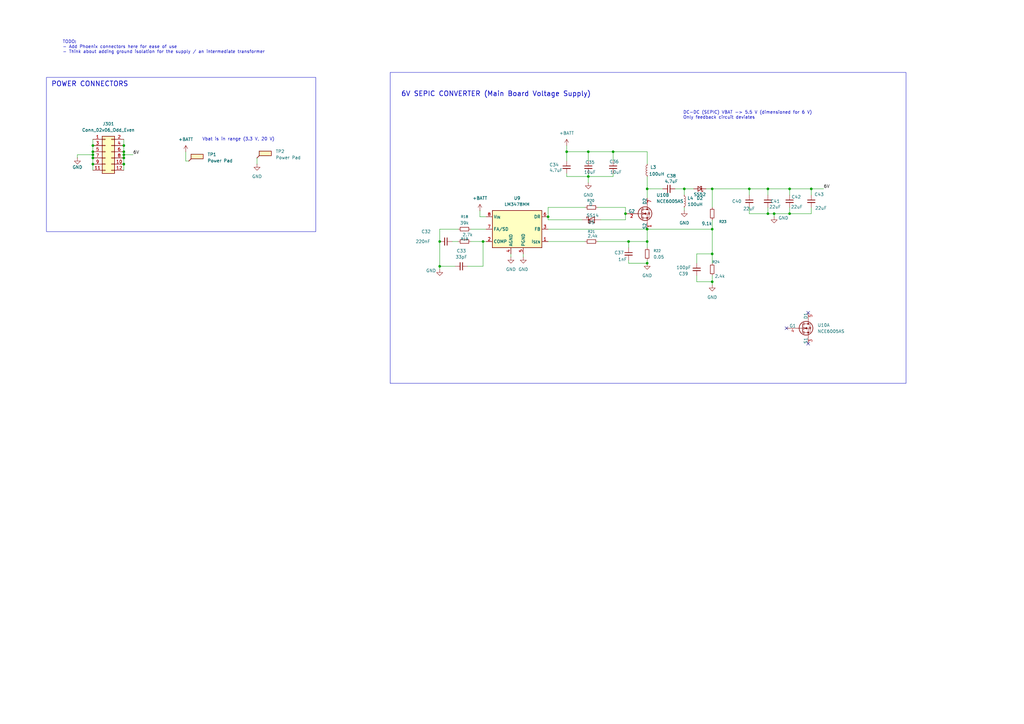
<source format=kicad_sch>
(kicad_sch (version 20250114) (generator "eeschema") (generator_version "9.0")
  (paper "A3")
  (lib_symbols
    (symbol "Connector:TestPoint_Flag" (pin_numbers (hide yes)) (pin_names (offset 0.762) (hide yes))
      (property "Reference" "TP" (at 3.429 1.778 0))
      (property "Value" "TestPoint_Flag" (at 3.302 4.191 0))
      (symbol "TestPoint_Flag_0_1"
        (polyline (pts (xy 0 0) (xy 0.889 0.889)) (stroke (width 0.254)))
        (rectangle (start 0.889 2.794) (end 5.842 0.889) (stroke (width 0.254)) (fill (type background)))
      )
      (symbol "TestPoint_Flag_1_1"
        (pin passive line (at 0 0 90) (length 0) (name "1") (number "1"))
      )
    )
    (symbol "Connector_Generic:Conn_02x06_Odd_Even" (pin_names (offset 1.016) (hide yes))
      (property "Reference" "J" (at 1.27 7.62 0))
      (property "Value" "Conn_02x06_Odd_Even" (at 1.27 -10.16 0))
      (symbol "Conn_02x06_Odd_Even_1_1"
        (rectangle (start -1.27 6.35) (end 3.81 -8.89) (stroke (width 0.254)) (fill (type background)))
        (rectangle (start -1.27 5.207) (end 0 4.953) (stroke (width 0.1524)))
        (rectangle (start -1.27 2.667) (end 0 2.413) (stroke (width 0.1524)))
        (rectangle (start -1.27 0.127) (end 0 -0.127) (stroke (width 0.1524)))
        (rectangle (start -1.27 -2.413) (end 0 -2.667) (stroke (width 0.1524)))
        (rectangle (start -1.27 -4.953) (end 0 -5.207) (stroke (width 0.1524)))
        (rectangle (start -1.27 -7.493) (end 0 -7.747) (stroke (width 0.1524)))
        (rectangle (start 3.81 5.207) (end 2.54 4.953) (stroke (width 0.1524)))
        (rectangle (start 3.81 2.667) (end 2.54 2.413) (stroke (width 0.1524)))
        (rectangle (start 3.81 0.127) (end 2.54 -0.127) (stroke (width 0.1524)))
        (rectangle (start 3.81 -2.413) (end 2.54 -2.667) (stroke (width 0.1524)))
        (rectangle (start 3.81 -4.953) (end 2.54 -5.207) (stroke (width 0.1524)))
        (rectangle (start 3.81 -7.493) (end 2.54 -7.747) (stroke (width 0.1524)))
        (pin passive line (at -5.08 5.08 0) (length 3.81) (name "Pin_1") (number "1"))
        (pin passive line (at -5.08 2.54 0) (length 3.81) (name "Pin_3") (number "3"))
        (pin passive line (at -5.08 0 0) (length 3.81) (name "Pin_5") (number "5"))
        (pin passive line (at -5.08 -2.54 0) (length 3.81) (name "Pin_7") (number "7"))
        (pin passive line (at -5.08 -5.08 0) (length 3.81) (name "Pin_9") (number "9"))
        (pin passive line (at -5.08 -7.62 0) (length 3.81) (name "Pin_11") (number "11"))
        (pin passive line (at 7.62 5.08 180) (length 3.81) (name "Pin_2") (number "2"))
        (pin passive line (at 7.62 2.54 180) (length 3.81) (name "Pin_4") (number "4"))
        (pin passive line (at 7.62 0 180) (length 3.81) (name "Pin_6") (number "6"))
        (pin passive line (at 7.62 -2.54 180) (length 3.81) (name "Pin_8") (number "8"))
        (pin passive line (at 7.62 -5.08 180) (length 3.81) (name "Pin_10") (number "10"))
        (pin passive line (at 7.62 -7.62 180) (length 3.81) (name "Pin_12") (number "12"))
      )
    )
    (symbol "Device:C_Small" (pin_numbers (hide yes)) (pin_names (offset 0.254) (hide yes))
      (property "Reference" "C" (at 0.254 1.778 0))
      (property "Value" "C_Small" (at 0.254 -2.032 0))
      (symbol "C_Small_0_1"
        (polyline (pts (xy -1.524 0.508) (xy 1.524 0.508)) (stroke (width 0.3048)))
        (polyline (pts (xy -1.524 -0.508) (xy 1.524 -0.508)) (stroke (width 0.3302)))
      )
      (symbol "C_Small_1_1"
        (pin passive line (at 0 2.54 270) (length 2.032) (name "~") (number "1"))
        (pin passive line (at 0 -2.54 90) (length 2.032) (name "~") (number "2"))
      )
    )
    (symbol "Device:D_Schottky_Small" (pin_numbers (hide yes)) (pin_names (offset 0.254) (hide yes))
      (property "Reference" "D" (at -1.27 2.032 0))
      (property "Value" "D_Schottky_Small" (at -7.112 -2.032 0))
      (symbol "D_Schottky_Small_0_1"
        (polyline (pts (xy -1.27 0.762) (xy -1.27 1.016) (xy -0.762 1.016) (xy -0.762 -1.016) (xy -0.254 -1.016) (xy -0.254 -0.762)) (stroke (width 0.254)))
        (polyline (pts (xy -0.762 0) (xy 0.762 0)))
        (polyline (pts (xy 0.762 -1.016) (xy -0.762 0) (xy 0.762 1.016) (xy 0.762 -1.016)) (stroke (width 0.254)))
      )
      (symbol "D_Schottky_Small_1_1"
        (pin passive line (at -2.54 0 0) (length 1.778) (name "K") (number "1"))
        (pin passive line (at 2.54 0 180) (length 1.778) (name "A") (number "2"))
      )
    )
    (symbol "Device:L_Small" (pin_numbers (hide yes)) (pin_names (offset 0.254) (hide yes))
      (property "Reference" "L" (at 0.762 1.016 0))
      (property "Value" "L_Small" (at 0.762 -1.016 0))
      (symbol "L_Small_0_1"
        (arc (start 0 2.032) (mid 0.5058 1.524) (end 0 1.016))
        (arc (start 0 1.016) (mid 0.5058 0.508) (end 0 0))
        (arc (start 0 0) (mid 0.5058 -0.508) (end 0 -1.016))
        (arc (start 0 -1.016) (mid 0.5058 -1.524) (end 0 -2.032))
      )
      (symbol "L_Small_1_1"
        (pin passive line (at 0 2.54 270) (length 0.508) (name "~") (number "1"))
        (pin passive line (at 0 -2.54 90) (length 0.508) (name "~") (number "2"))
      )
    )
    (symbol "Device:R_Small" (pin_numbers (hide yes)) (pin_names (offset 0.254) (hide yes))
      (property "Reference" "R" (at 0 0 90))
      (property "Value" "R_Small" (at 1.778 0 90))
      (symbol "R_Small_0_1"
        (rectangle (start -0.762 1.778) (end 0.762 -1.778) (stroke (width 0.2032)))
      )
      (symbol "R_Small_1_1"
        (pin passive line (at 0 2.54 270) (length 0.762) (name "~") (number "1"))
        (pin passive line (at 0 -2.54 90) (length 0.762) (name "~") (number "2"))
      )
    )
    (symbol "Diode:SS14" (pin_numbers (hide yes)) (pin_names (offset 1.016) (hide yes))
      (property "Reference" "D" (at 0 2.54 0))
      (property "Value" "SS14" (at 0 -2.54 0))
      (symbol "SS14_0_1"
        (polyline (pts (xy -1.905 0.635) (xy -1.905 1.27) (xy -1.27 1.27) (xy -1.27 -1.27) (xy -0.635 -1.27) (xy -0.635 -0.635)) (stroke (width 0.254)))
        (polyline (pts (xy 1.27 1.27) (xy 1.27 -1.27) (xy -1.27 0) (xy 1.27 1.27)) (stroke (width 0.254)))
        (polyline (pts (xy 1.27 0) (xy -1.27 0)))
      )
      (symbol "SS14_1_1"
        (pin passive line (at -3.81 0 0) (length 2.54) (name "K") (number "1"))
        (pin passive line (at 3.81 0 180) (length 2.54) (name "A") (number "2"))
      )
    )
    (symbol "Regulator_Controller:LM3478MM"
      (property "Reference" "U" (at -9.525 8.89 0))
      (property "Value" "LM3478MM" (at 5.08 8.89 0))
      (symbol "LM3478MM_0_1"
        (rectangle (start -10.16 7.62) (end 10.16 -7.62) (stroke (width 0.254)) (fill (type background)))
      )
      (symbol "LM3478MM_1_1"
        (pin power_in line (at -12.7 5.08 0) (length 2.54) (name "V_{IN}") (number "8"))
        (pin input line (at -12.7 0 0) (length 2.54) (name "FA/SD") (number "7"))
        (pin input line (at -12.7 -5.08 0) (length 2.54) (name "COMP") (number "2"))
        (pin power_in line (at -2.54 -10.16 90) (length 2.54) (name "AGND") (number "4"))
        (pin power_in line (at 2.54 -10.16 90) (length 2.54) (name "PGND") (number "5"))
        (pin output line (at 12.7 5.08 180) (length 2.54) (name "DR") (number "6"))
        (pin input line (at 12.7 0 180) (length 2.54) (name "FB") (number "3"))
        (pin input line (at 12.7 -5.08 180) (length 2.54) (name "I_{SEN}") (number "1"))
      )
    )
    (symbol "custom_mosfet:NCE6005AS" (pin_names (offset 0))
      (property "Reference" "U" (at 3.81 0 0))
      (property "Value" "NCE6005AS" (at 7.62 -2.54 0))
      (symbol "NCE6005AS_1_1"
        (polyline (pts (xy -3.81 0) (xy -2.286 0)))
        (polyline (pts (xy -2.286 1.905) (xy -2.286 -1.905) (xy -2.286 -1.905)) (stroke (width 0.254)))
        (polyline (pts (xy -1.778 2.286) (xy -1.778 1.27)) (stroke (width 0.254)))
        (polyline (pts (xy -1.778 1.778) (xy 0 1.778)))
        (polyline (pts (xy -1.778 0.508) (xy -1.778 -0.508)) (stroke (width 0.254)))
        (polyline (pts (xy -1.778 0) (xy 0 0)))
        (polyline (pts (xy -1.778 -1.27) (xy -1.778 -2.286)) (stroke (width 0.254)))
        (polyline (pts (xy -1.778 -1.778) (xy 0 -1.778)))
        (polyline (pts (xy -1.524 0) (xy -0.508 0.381) (xy -0.508 -0.381) (xy -1.524 0)) (fill (type outline)))
        (circle (center -0.889 0) (radius 2.8194) (stroke (width 0.254)))
        (polyline (pts (xy 0 3.81) (xy 0 1.778)))
        (circle (center 0 1.778) (radius 0.2794) (fill (type outline)))
        (polyline (pts (xy 0 -1.778) (xy 0 0)))
        (polyline (pts (xy 0 -1.778) (xy 0 -3.81)))
        (polyline (pts (xy 0 -1.778) (xy 0.762 -1.778) (xy 0.762 1.778) (xy 0 1.778)))
        (circle (center 0 -1.778) (radius 0.2794) (fill (type outline)))
        (polyline (pts (xy 0.254 0.508) (xy 0.381 0.381) (xy 1.143 0.381) (xy 1.27 0.254)))
        (polyline (pts (xy 0.762 0.381) (xy 0.381 -0.254) (xy 1.143 -0.254) (xy 0.762 0.381)))
        (pin input line (at -8.89 0 0) (length 5.08) (name "G1") (number "4"))
        (pin passive line (at 0 6.35 270) (length 2.54) (name "D1") (number "5"))
        (pin passive line (at 0 6.35 270) (length 2.54) (hide yes) (name "D1") (number "6"))
        (pin passive line (at 0 -6.35 90) (length 2.54) (name "S1") (number "3"))
      )
      (symbol "NCE6005AS_2_1"
        (polyline (pts (xy -3.81 0) (xy -2.286 0)))
        (polyline (pts (xy -2.286 1.905) (xy -2.286 -1.905) (xy -2.286 -1.905)) (stroke (width 0.254)))
        (polyline (pts (xy -1.778 2.286) (xy -1.778 1.27)) (stroke (width 0.254)))
        (polyline (pts (xy -1.778 1.778) (xy 0 1.778)))
        (polyline (pts (xy -1.778 0.508) (xy -1.778 -0.508)) (stroke (width 0.254)))
        (polyline (pts (xy -1.778 0) (xy 0 0)))
        (polyline (pts (xy -1.778 -1.27) (xy -1.778 -2.286)) (stroke (width 0.254)))
        (polyline (pts (xy -1.778 -1.778) (xy 0 -1.778)))
        (polyline (pts (xy -1.524 0) (xy -0.508 0.381) (xy -0.508 -0.381) (xy -1.524 0)) (fill (type outline)))
        (circle (center -0.889 0) (radius 2.8194) (stroke (width 0.254)))
        (polyline (pts (xy 0 3.81) (xy 0 1.778)))
        (circle (center 0 1.778) (radius 0.2794) (fill (type outline)))
        (polyline (pts (xy 0 -1.778) (xy 0 0)))
        (polyline (pts (xy 0 -1.778) (xy 0 -3.81)))
        (polyline (pts (xy 0 -1.778) (xy 0.762 -1.778) (xy 0.762 1.778) (xy 0 1.778)))
        (circle (center 0 -1.778) (radius 0.2794) (fill (type outline)))
        (polyline (pts (xy 0.254 0.508) (xy 0.381 0.381) (xy 1.143 0.381) (xy 1.27 0.254)))
        (polyline (pts (xy 0.762 0.381) (xy 0.381 -0.254) (xy 1.143 -0.254) (xy 0.762 0.381)))
        (pin input line (at -8.89 0 0) (length 5.08) (name "G2") (number "2"))
        (pin passive line (at 0 6.35 270) (length 2.54) (name "D2") (number "7"))
        (pin passive line (at 0 6.35 270) (length 2.54) (hide yes) (name "D2") (number "8"))
        (pin passive line (at 0 -6.35 90) (length 2.54) (name "S2") (number "1"))
      )
    )
    (symbol "power:+BATT" (power) (pin_numbers (hide yes)) (pin_names (offset 0) (hide yes))
      (property "Value" "+BATT" (at 0 3.556 0))
      (symbol "+BATT_0_1"
        (polyline (pts (xy -0.762 1.27) (xy 0 2.54)))
        (polyline (pts (xy 0 2.54) (xy 0.762 1.27)))
        (polyline (pts (xy 0 0) (xy 0 2.54)))
      )
      (symbol "+BATT_1_1"
        (pin power_in line (at 0 0 90) (length 0) (name "~") (number "1"))
      )
    )
    (symbol "power:GND" (power) (pin_numbers (hide yes)) (pin_names (offset 0) (hide yes))
      (property "Value" "GND" (at 0 -3.81 0))
      (symbol "GND_0_1"
        (polyline (pts (xy 0 0) (xy 0 -1.27) (xy 1.27 -1.27) (xy 0 -2.54) (xy -1.27 -1.27) (xy 0 -1.27)))
      )
      (symbol "GND_1_1"
        (pin power_in line (at 0 0 270) (length 0) (name "~") (number "1"))
      )
    )
  )
  (rectangle (start 19.05 31.75) (end 129.54 94.996))
  (rectangle (start 160.02 29.718) (end 371.602 157.226))
  (text "POWER CONNECTORS" (at 36.83 34.544 0) (effects (font (size 2 2) (thickness 0.254) (bold yes))))
  (text "DC-DC (SEPIC) VBAT -> 5.5 V (dimensioned for 6 V)\nOnly feedback circuit deviates" (at 280.162 47.244 0) (effects (font (size 1.27 1.27)) (justify left)))
  (text "Vbat is in range (3.3 V, 20 V)" (at 97.79 57.15 0) (effects (font (size 1.27 1.27))))
  (text "6V SEPIC CONVERTER (Main Board Voltage Supply)" (at 203.454 38.608 0) (effects (font (size 2 2) (thickness 0.254) (bold yes))))
  (text "TODO:\n- Add Phoenix connectors here for ease of use\n- Think about adding ground isolation for the supply / an intermediate transformer" (at 25.654 19.304 0) (effects (font (size 1.27 1.27)) (justify left)))
  (junction (at 265.43 107.95))
  (junction (at 241.3 72.39))
  (junction (at 314.96 87.63))
  (junction (at 314.96 77.47))
  (junction (at 323.85 87.63))
  (junction (at 232.41 62.23))
  (junction (at 292.1 93.98))
  (junction (at 180.34 109.22))
  (junction (at 257.81 99.06))
  (junction (at 38.1 59.69))
  (junction (at 292.1 115.57))
  (junction (at 198.12 99.06))
  (junction (at 38.1 67.31))
  (junction (at 241.3 62.23))
  (junction (at 280.67 77.47))
  (junction (at 50.8 63.5))
  (junction (at 292.1 77.47))
  (junction (at 50.8 67.31))
  (junction (at 292.1 104.14))
  (junction (at 38.1 64.77))
  (junction (at 38.1 63.5))
  (junction (at 50.8 62.23))
  (junction (at 332.74 77.47))
  (junction (at 38.1 62.23))
  (junction (at 251.46 62.23))
  (junction (at 323.85 77.47))
  (junction (at 256.54 87.63))
  (junction (at 50.8 59.69))
  (junction (at 180.34 99.06))
  (junction (at 265.43 99.06))
  (junction (at 265.43 77.47))
  (junction (at 50.8 64.77))
  (junction (at 317.5 87.63))
  (junction (at 307.34 77.47))
  (junction (at 224.79 88.9))
  (junction (at 265.43 93.98))
  (no_connect (at 331.47 128.27))
  (no_connect (at 322.58 134.62))
  (no_connect (at 331.47 140.97))
  (wire (pts (xy 180.34 109.22) (xy 186.69 109.22)))
  (wire (pts (xy 292.1 90.17) (xy 292.1 93.98)))
  (wire (pts (xy 265.43 106.68) (xy 265.43 107.95)))
  (wire (pts (xy 292.1 77.47) (xy 292.1 85.09)))
  (wire (pts (xy 307.34 77.47) (xy 314.96 77.47)))
  (wire (pts (xy 265.43 93.98) (xy 265.43 99.06)))
  (wire (pts (xy 307.34 85.09) (xy 307.34 87.63)))
  (wire (pts (xy 292.1 104.14) (xy 292.1 107.95)))
  (wire (pts (xy 280.67 77.47) (xy 280.67 80.01)))
  (wire (pts (xy 265.43 99.06) (xy 265.43 101.6)))
  (wire (pts (xy 251.46 66.04) (xy 251.46 62.23)))
  (wire (pts (xy 285.75 107.95) (xy 285.75 104.14)))
  (wire (pts (xy 50.8 57.15) (xy 50.8 59.69)))
  (wire (pts (xy 224.79 85.09) (xy 224.79 88.9)))
  (wire (pts (xy 332.74 80.01) (xy 332.74 77.47)))
  (wire (pts (xy 292.1 77.47) (xy 307.34 77.47)))
  (wire (pts (xy 265.43 67.31) (xy 265.43 62.23)))
  (wire (pts (xy 238.76 90.17) (xy 224.79 90.17)))
  (wire (pts (xy 246.38 90.17) (xy 256.54 90.17)))
  (wire (pts (xy 193.04 93.98) (xy 199.39 93.98)))
  (wire (pts (xy 280.67 77.47) (xy 284.48 77.47)))
  (wire (pts (xy 280.67 85.09) (xy 280.67 86.36)))
  (wire (pts (xy 265.43 72.39) (xy 265.43 77.47)))
  (wire (pts (xy 256.54 85.09) (xy 245.11 85.09)))
  (wire (pts (xy 265.43 93.98) (xy 292.1 93.98)))
  (wire (pts (xy 241.3 74.93) (xy 241.3 72.39)))
  (wire (pts (xy 50.8 64.77) (xy 50.8 63.5)))
  (wire (pts (xy 257.81 106.68) (xy 257.81 107.95)))
  (wire (pts (xy 257.81 107.95) (xy 265.43 107.95)))
  (wire (pts (xy 105.41 67.31) (xy 105.41 64.77)))
  (wire (pts (xy 38.1 59.69) (xy 38.1 62.23)))
  (wire (pts (xy 251.46 72.39) (xy 251.46 71.12)))
  (wire (pts (xy 307.34 80.01) (xy 307.34 77.47)))
  (wire (pts (xy 314.96 87.63) (xy 317.5 87.63)))
  (wire (pts (xy 76.2 62.23) (xy 76.2 66.04)))
  (wire (pts (xy 257.81 99.06) (xy 265.43 99.06)))
  (wire (pts (xy 289.56 77.47) (xy 292.1 77.47)))
  (wire (pts (xy 198.12 109.22) (xy 191.77 109.22)))
  (wire (pts (xy 241.3 72.39) (xy 241.3 71.12)))
  (wire (pts (xy 224.79 93.98) (xy 265.43 93.98)))
  (wire (pts (xy 31.75 63.5) (xy 31.75 64.77)))
  (wire (pts (xy 50.8 63.5) (xy 54.61 63.5)))
  (wire (pts (xy 314.96 77.47) (xy 314.96 80.01)))
  (wire (pts (xy 292.1 93.98) (xy 292.1 104.14)))
  (wire (pts (xy 50.8 59.69) (xy 50.8 62.23)))
  (wire (pts (xy 214.63 105.41) (xy 214.63 104.14)))
  (wire (pts (xy 232.41 72.39) (xy 232.41 71.12)))
  (wire (pts (xy 285.75 113.03) (xy 285.75 115.57)))
  (wire (pts (xy 265.43 62.23) (xy 251.46 62.23)))
  (wire (pts (xy 196.85 86.36) (xy 196.85 88.9)))
  (wire (pts (xy 292.1 113.03) (xy 292.1 115.57)))
  (wire (pts (xy 76.2 66.04) (xy 77.47 66.04)))
  (wire (pts (xy 317.5 87.63) (xy 323.85 87.63)))
  (wire (pts (xy 265.43 77.47) (xy 271.78 77.47)))
  (wire (pts (xy 180.34 99.06) (xy 180.34 109.22)))
  (wire (pts (xy 323.85 85.09) (xy 323.85 87.63)))
  (wire (pts (xy 185.42 99.06) (xy 187.96 99.06)))
  (wire (pts (xy 232.41 59.69) (xy 232.41 62.23)))
  (wire (pts (xy 224.79 90.17) (xy 224.79 88.9)))
  (wire (pts (xy 332.74 77.47) (xy 323.85 77.47)))
  (wire (pts (xy 50.8 67.31) (xy 50.8 69.85)))
  (wire (pts (xy 31.75 63.5) (xy 38.1 63.5)))
  (wire (pts (xy 314.96 85.09) (xy 314.96 87.63)))
  (wire (pts (xy 38.1 62.23) (xy 38.1 63.5)))
  (wire (pts (xy 180.34 93.98) (xy 187.96 93.98)))
  (wire (pts (xy 240.03 85.09) (xy 224.79 85.09)))
  (wire (pts (xy 292.1 115.57) (xy 292.1 116.84)))
  (wire (pts (xy 241.3 62.23) (xy 251.46 62.23)))
  (wire (pts (xy 276.86 77.47) (xy 280.67 77.47)))
  (wire (pts (xy 198.12 99.06) (xy 198.12 109.22)))
  (wire (pts (xy 50.8 62.23) (xy 50.8 63.5)))
  (wire (pts (xy 180.34 110.49) (xy 180.34 109.22)))
  (wire (pts (xy 209.55 105.41) (xy 209.55 104.14)))
  (wire (pts (xy 193.04 99.06) (xy 198.12 99.06)))
  (wire (pts (xy 232.41 62.23) (xy 241.3 62.23)))
  (wire (pts (xy 323.85 77.47) (xy 323.85 80.01)))
  (wire (pts (xy 332.74 77.47) (xy 337.82 77.47)))
  (wire (pts (xy 199.39 99.06) (xy 198.12 99.06)))
  (wire (pts (xy 332.74 85.09) (xy 332.74 87.63)))
  (wire (pts (xy 307.34 87.63) (xy 314.96 87.63)))
  (wire (pts (xy 232.41 72.39) (xy 241.3 72.39)))
  (wire (pts (xy 38.1 57.15) (xy 38.1 59.69)))
  (wire (pts (xy 256.54 87.63) (xy 256.54 90.17)))
  (wire (pts (xy 257.81 99.06) (xy 257.81 101.6)))
  (wire (pts (xy 180.34 93.98) (xy 180.34 99.06)))
  (wire (pts (xy 50.8 64.77) (xy 50.8 67.31)))
  (wire (pts (xy 196.85 88.9) (xy 199.39 88.9)))
  (wire (pts (xy 285.75 115.57) (xy 292.1 115.57)))
  (wire (pts (xy 332.74 87.63) (xy 323.85 87.63)))
  (wire (pts (xy 241.3 62.23) (xy 241.3 66.04)))
  (wire (pts (xy 245.11 99.06) (xy 257.81 99.06)))
  (wire (pts (xy 38.1 63.5) (xy 38.1 64.77)))
  (wire (pts (xy 265.43 77.47) (xy 265.43 81.28)))
  (wire (pts (xy 240.03 99.06) (xy 224.79 99.06)))
  (wire (pts (xy 38.1 64.77) (xy 38.1 67.31)))
  (wire (pts (xy 232.41 62.23) (xy 232.41 66.04)))
  (wire (pts (xy 241.3 72.39) (xy 251.46 72.39)))
  (wire (pts (xy 317.5 88.9) (xy 317.5 87.63)))
  (wire (pts (xy 256.54 85.09) (xy 256.54 87.63)))
  (wire (pts (xy 314.96 77.47) (xy 323.85 77.47)))
  (wire (pts (xy 38.1 67.31) (xy 38.1 69.85)))
  (wire (pts (xy 285.75 104.14) (xy 292.1 104.14)))
  (label "6V" (at 54.61 63.5 0))
  (label "6V" (at 337.82 77.47 0))
  (symbol (lib_id "Connector:TestPoint_Flag") (at 77.47 66.04 0) (unit 1)
    (property "Reference" "TP1" (at 85.09 63.3729 0) (effects (justify left)))
    (property "Value" "Power Pad" (at 85.09 65.9129 0) (effects (justify left)))
    (property "Footprint" "TestPoint:TestPoint_Pad_4.0x4.0mm" (effects (hide yes)))
    (property "Description" "test point (alternative flag-style design)" (effects (hide yes)))
  )
  (symbol (lib_id "power:GND") (at 105.41 67.31 0) (unit 1)
    (property "Reference" "#PWR025" (effects (hide yes)))
    (property "Value" "GND" (at 105.41 72.39 0))
    (property "Description" "Power symbol creates a global label with name \"GND\" , ground" (effects (hide yes)))
  )
  (symbol (lib_id "Device:C_Small") (at 332.74 82.55 0) (unit 1)
    (property "Reference" "C43" (at 334.01 79.756 0) (effects (justify left)))
    (property "Value" "22uF" (at 334.264 85.344 0) (effects (justify left)))
    (property "Footprint" "Capacitor_SMD:C_0805_2012Metric" (effects (hide yes)))
    (property "Datasheet" "https://jlcpcb.com/api/file/downloadByFileSystemAccessId/8579706866429190144" (effects (hide yes)))
    (property "Description" "X5R, 25V" (effects (hide yes)))
    (property "LPN" "C45783" (effects (hide yes)))
    (property "MPN" "CL21A226MAQNNNE" (effects (hide yes)))
  )
  (symbol (lib_id "Connector:TestPoint_Flag") (at 105.41 64.77 0) (unit 1)
    (property "Reference" "TP2" (at 113.03 62.1029 0) (effects (justify left)))
    (property "Value" "Power Pad" (at 113.03 64.6429 0) (effects (justify left)))
    (property "Footprint" "TestPoint:TestPoint_Pad_4.0x4.0mm" (effects (hide yes)))
    (property "Description" "test point (alternative flag-style design)" (effects (hide yes)))
  )
  (symbol (lib_id "Diode:SS14") (at 242.57 90.17 0) (unit 1)
    (property "Reference" "D5" (at 242.57 91.186 0))
    (property "Value" "SS14" (at 243.078 88.392 0))
    (property "Footprint" "Diode_SMD:D_SMA" (effects (hide yes)))
    (property "Datasheet" "https://www.vishay.com/docs/88746/ss12.pdf" (effects (hide yes)))
    (property "Description" "40V 1A Schottky Diode, SMA" (effects (hide yes)))
    (property "LPN" "C2480" (effects (hide yes)))
    (property "MPN" "SS14" (effects (hide yes)))
  )
  (symbol (lib_id "Device:L_Small") (at 265.43 69.85 180) (unit 1)
    (property "Reference" "L3" (at 266.7 68.5799 0) (effects (justify right)))
    (property "Value" "100uH" (at 266.192 71.374 0) (effects (justify right)))
    (property "Datasheet" "https://jlcpcb.com/api/file/downloadByFileSystemAccessId/8588935627815862272" (effects (hide yes)))
    (property "Description" "+-20%, DCR 0.25, Isat_rms=2A" (effects (hide yes)))
    (property "LPN" "C436577" (effects (hide yes)))
    (property "MPN" "PSPMAC1045H-101M-ANP" (effects (hide yes)))
  )
  (symbol (lib_id "Device:D_Schottky_Small") (at 287.02 77.47 180) (unit 1)
    (property "Reference" "D2" (at 287.02 81.28 0))
    (property "Value" "SS52" (at 287.02 79.756 0))
    (property "Footprint" "Diode_SMD:D_SMA-SMB_Universal_Handsoldering" (effects (hide yes)))
    (property "Datasheet" "https://jlcpcb.com/api/file/downloadByFileSystemAccessId/8579707587489042432" (effects (hide yes)))
    (property "Description" "Vf 0.55, If 5A" (effects (hide yes)))
    (property "MPN" "SS54" (effects (hide yes)))
    (property "LPN" "C22452" (effects (hide yes)))
  )
  (symbol (lib_id "Device:C_Small") (at 232.41 68.58 0) (unit 1)
    (property "Reference" "C34" (at 225.298 67.564 0) (effects (justify left)))
    (property "Value" "4.7uF" (at 225.298 69.85 0) (effects (justify left)))
    (property "Footprint" "Capacitor_SMD:C_1206_3216Metric" (effects (hide yes)))
    (property "Datasheet" "https://jlcpcb.com/api/file/downloadByFileSystemAccessId/8579707362602500096" (effects (hide yes)))
    (property "Description" "X7R, 50V" (effects (hide yes)))
    (property "LPN" "C29823" (effects (hide yes)))
    (property "MPN" "1206B475K500NT" (effects (hide yes)))
  )
  (symbol (lib_id "Device:C_Small") (at 323.85 82.55 0) (unit 1)
    (property "Reference" "C42" (at 324.612 80.772 0) (effects (justify left)))
    (property "Value" "22uF" (at 324.358 84.836 0) (effects (justify left)))
    (property "Footprint" "Capacitor_SMD:C_0805_2012Metric" (effects (hide yes)))
    (property "Datasheet" "https://jlcpcb.com/api/file/downloadByFileSystemAccessId/8579706866429190144" (effects (hide yes)))
    (property "Description" "X5R, 25V" (effects (hide yes)))
    (property "LPN" "C45783" (effects (hide yes)))
    (property "MPN" "CL21A226MAQNNNE" (effects (hide yes)))
  )
  (symbol (lib_id "power:+BATT") (at 196.85 86.36 0) (unit 1)
    (property "Reference" "#PWR037" (effects (hide yes)))
    (property "Value" "+BATT" (at 196.85 81.28 0))
    (property "Description" "Power symbol creates a global label with name \"+BATT\"" (effects (hide yes)))
  )
  (symbol (lib_id "Device:C_Small") (at 241.3 68.58 0) (unit 1)
    (property "Reference" "C35" (at 240.03 66.548 0) (effects (justify left)))
    (property "Value" "10uF" (at 239.522 70.612 0) (effects (justify left)))
    (property "Footprint" "Capacitor_SMD:C_0805_2012Metric" (effects (hide yes)))
    (property "Datasheet" "https://jlcpcb.com/api/file/downloadByFileSystemAccessId/8588884955182718976" (effects (hide yes)))
    (property "Description" "X5R, 50V max" (effects (hide yes)))
    (property "LPN" "C440198" (effects (hide yes)))
    (property "MPN" "GRM21BR61H106KE43L" (effects (hide yes)))
  )
  (symbol (lib_id "Device:R_Small") (at 190.5 93.98 90) (unit 1)
    (property "Reference" "R18" (at 190.5 88.9 90) (effects (font (size 1.016 1.016))))
    (property "Value" "39k" (at 190.5 91.44 90))
    (property "Footprint" "Resistor_SMD:R_0603_1608Metric" (effects (hide yes)))
    (property "Datasheet" "https://jlcpcb.com/api/file/downloadByFileSystemAccessId/8579706240219467776" (effects (hide yes)))
    (property "Description" "Resistor, small symbol" (effects (hide yes)))
    (property "MPN" "0603WAF3902T5E" (effects (hide yes)))
    (property "LPN" "C23153" (effects (hide yes)))
  )
  (symbol (lib_id "power:GND") (at 265.43 107.95 0) (unit 1)
    (property "Reference" "#PWR043" (effects (hide yes)))
    (property "Value" "GND" (at 265.43 113.03 0))
    (property "Description" "Power symbol creates a global label with name \"GND\" , ground" (effects (hide yes)))
  )
  (symbol (lib_id "power:+BATT") (at 76.2 62.23 0) (unit 1)
    (property "Reference" "#PWR024" (effects (hide yes)))
    (property "Value" "+BATT" (at 76.2 57.15 0))
    (property "Description" "Power symbol creates a global label with name \"+BATT\"" (effects (hide yes)))
  )
  (symbol (lib_id "Device:R_Small") (at 292.1 110.49 0) (unit 1)
    (property "Reference" "R24" (at 292.1 107.442 0) (effects (font (size 1.016 1.016)) (justify left)))
    (property "Value" "2.4k" (at 293.116 113.284 0) (effects (justify left)))
    (property "Footprint" "Resistor_SMD:R_0603_1608Metric" (effects (hide yes)))
    (property "Datasheet" "https://jlcpcb.com/api/file/downloadByFileSystemAccessId/8579706169801297920" (effects (hide yes)))
    (property "Description" "+-1%, 0.1W" (effects (hide yes)))
    (property "LPN" "C22940" (effects (hide yes)))
    (property "MPN" "0603WAF2401T5E" (effects (hide yes)))
  )
  (symbol (lib_id "Device:C_Small") (at 314.96 82.55 0) (unit 1)
    (property "Reference" "C41" (at 315.976 82.55 0) (effects (justify left)))
    (property "Value" "22uF" (at 315.468 84.836 0) (effects (justify left)))
    (property "Footprint" "Capacitor_SMD:C_0805_2012Metric" (effects (hide yes)))
    (property "Datasheet" "https://jlcpcb.com/api/file/downloadByFileSystemAccessId/8579706866429190144" (effects (hide yes)))
    (property "Description" "X5R, 25V" (effects (hide yes)))
    (property "LPN" "C45783" (effects (hide yes)))
    (property "MPN" "CL21A226MAQNNNE" (effects (hide yes)))
  )
  (symbol (lib_id "Device:C_Small") (at 257.81 104.14 0) (unit 1)
    (property "Reference" "C37" (at 251.968 103.632 0) (effects (justify left)))
    (property "Value" "1nF" (at 253.492 106.426 0) (effects (justify left)))
    (property "Footprint" "Capacitor_SMD:C_0402_1005Metric" (effects (hide yes)))
    (property "Datasheet" "https://jlcpcb.com/api/file/downloadByFileSystemAccessId/8579707280333258752" (effects (hide yes)))
    (property "Description" "Unpolarized capacitor, small symbol" (effects (hide yes)))
    (property "LPN" "C1523" (effects (hide yes)))
    (property "MPN" "0402B102K500NT" (effects (hide yes)))
  )
  (symbol (lib_id "Device:R_Small") (at 190.5 99.06 90) (unit 1)
    (property "Reference" "R19" (at 190.5 98.044 90) (effects (font (size 1.016 1.016))))
    (property "Value" "2.7k" (at 191.77 96.266 90))
    (property "Footprint" "Resistor_SMD:R_0603_1608Metric" (effects (hide yes)))
    (property "Datasheet" "+-1%" (effects (hide yes)))
    (property "Description" "Resistor, small symbol" (effects (hide yes)))
    (property "LPN" "C13167" (effects (hide yes)))
    (property "MPN" "0603WAF2701T5E" (effects (hide yes)))
  )
  (symbol (lib_id "Device:R_Small") (at 265.43 104.14 0) (unit 1)
    (property "Reference" "R22" (at 267.97 102.8699 0) (effects (font (size 1.016 1.016)) (justify left)))
    (property "Value" "0.05" (at 267.97 105.4099 0) (effects (justify left)))
    (property "Footprint" "Resistor_SMD:R_1206_3216Metric_Pad1.30x1.75mm_HandSolder" (effects (hide yes)))
    (property "Datasheet" "https://jlcpcb.com/api/file/downloadByFileSystemAccessId/8586177481287585792" (effects (hide yes)))
    (property "Description" "+-1%, 333mW" (effects (hide yes)))
    (property "MPN" "1206W3F500MT5E" (effects (hide yes)))
    (property "LPN" "C127691" (effects (hide yes)))
  )
  (symbol (lib_id "power:GND") (at 292.1 116.84 0) (unit 1)
    (property "Reference" "#PWR045" (effects (hide yes)))
    (property "Value" "GND" (at 292.1 121.92 0))
    (property "Description" "Power symbol creates a global label with name \"GND\" , ground" (effects (hide yes)))
  )
  (symbol (lib_id "Device:C_Small") (at 189.23 109.22 270) (unit 1)
    (property "Reference" "C33" (at 189.2236 102.87 90))
    (property "Value" "33pF" (at 189.2236 105.41 90))
    (property "Footprint" "Capacitor_SMD:C_0603_1608Metric" (effects (hide yes)))
    (property "Datasheet" "https://jlcpcb.com/api/file/downloadByFileSystemAccessId/8579707052086001664" (effects (hide yes)))
    (property "Description" "Cc2" (effects (hide yes)))
    (property "LPN" "C1663" (effects (hide yes)))
    (property "MPN" "CL10C330JB8NNNC" (effects (hide yes)))
  )
  (symbol (lib_id "power:GND") (at 180.34 110.49 0) (unit 1)
    (property "Reference" "#PWR031" (effects (hide yes)))
    (property "Value" "GND" (at 176.784 110.998 0))
    (property "Description" "Power symbol creates a global label with name \"GND\" , ground" (effects (hide yes)))
  )
  (symbol (lib_id "Device:C_Small") (at 285.75 110.49 0) (unit 1)
    (property "Reference" "C39" (at 278.384 112.268 0) (effects (justify left)))
    (property "Value" "100pF" (at 277.368 109.728 0) (effects (justify left)))
    (property "Footprint" "Capacitor_SMD:C_0402_1005Metric" (effects (hide yes)))
    (property "Datasheet" "https://jlcpcb.com/api/file/downloadByFileSystemAccessId/8579707280333258752" (effects (hide yes)))
    (property "Description" "Unpolarized capacitor, small symbol" (effects (hide yes)))
    (property "LPN" "C1546" (effects (hide yes)))
    (property "MPN" "0402CG101J500NT" (effects (hide yes)))
  )
  (symbol (lib_id "power:GND") (at 214.63 105.41 0) (unit 1)
    (property "Reference" "#PWR040" (effects (hide yes)))
    (property "Value" "GND" (at 214.63 110.49 0))
    (property "Description" "Power symbol creates a global label with name \"GND\" , ground" (effects (hide yes)))
  )
  (symbol (lib_id "Device:R_Small") (at 242.57 85.09 90) (unit 1)
    (property "Reference" "R20" (at 242.316 82.296 90) (effects (font (size 1.016 1.016))))
    (property "Value" "0" (at 242.316 83.82 90))
    (property "Footprint" "Resistor_SMD:R_0603_1608Metric_Pad0.98x0.95mm_HandSolder" (effects (hide yes)))
    (property "Datasheet" "https://jlcpcb.com/api/file/downloadByFileSystemAccessId/8588882001185148928" (effects (hide yes)))
    (property "Description" "100mW, change to damping resistor" (effects (hide yes)))
    (property "LPN" "C15402" (effects (hide yes)))
    (property "MPN" "0603WAJ0000T5E" (effects (hide yes)))
  )
  (symbol (lib_id "Device:L_Small") (at 280.67 82.55 0) (unit 1)
    (property "Reference" "L4" (at 281.94 81.2799 0) (effects (justify left)))
    (property "Value" "100uH" (at 281.94 83.8199 0) (effects (justify left)))
    (property "Datasheet" "https://jlcpcb.com/api/file/downloadByFileSystemAccessId/8588935627815862272" (effects (hide yes)))
    (property "Description" "+-20%, DCR 0.25, Isat_rms=2A" (effects (hide yes)))
    (property "LPN" "C436577" (effects (hide yes)))
    (property "MPN" "PSPMAC1045H-101M-ANP" (effects (hide yes)))
  )
  (symbol (lib_id "custom_mosfet:NCE6005AS") (at 265.43 87.63 0) (unit 2)
    (property "Reference" "U10" (at 269.24 80.0099 0) (effects (justify left)))
    (property "Value" "NCE6005AS" (at 269.24 82.5499 0) (effects (justify left)))
    (property "Footprint" "Package_SO:SOP-8-1EP_4.57x4.57mm_P1.27mm_EP4.57x4.45mm_ThermalVias" (effects (hide yes)))
    (property "Datasheet" "https://jlcpcb.com/api/file/downloadByFileSystemAccessId/8588881119395647488" (effects (hide yes)))
    (property "Description" "Dual N-channel Power MOSFET." (effects (hide yes)))
    (property "MPN" "NCE6005AS" (effects (hide yes)))
    (property "LPN" "C126151" (effects (hide yes)))
  )
  (symbol (lib_id "Device:C_Small") (at 182.88 99.06 270) (unit 1)
    (property "Reference" "C32" (at 174.752 94.996 90))
    (property "Value" "220nF" (at 173.482 99.06 90))
    (property "Footprint" "Capacitor_SMD:C_0603_1608Metric" (effects (hide yes)))
    (property "Datasheet" "https://jlcpcb.com/api/file/downloadByFileSystemAccessId/8579707116065640448" (effects (hide yes)))
    (property "Description" "Unpolarized capacitor, small symbol" (effects (hide yes)))
  )
  (symbol (lib_id "power:GND") (at 317.5 88.9 0) (unit 1)
    (property "Reference" "#PWR046" (effects (hide yes)))
    (property "Value" "GND" (at 321.31 89.408 0))
    (property "Description" "Power symbol creates a global label with name \"GND\" , ground" (effects (hide yes)))
  )
  (symbol (lib_id "Regulator_Controller:LM3478MM") (at 212.09 93.98 0) (unit 1)
    (property "Reference" "U9" (at 212.09 81.28 0))
    (property "Value" "LM3478MM" (at 212.09 83.82 0))
    (property "Footprint" "Package_SO:VSSOP-8_3x3mm_P0.65mm" (effects (hide yes)))
    (property "Datasheet" "https://www.ti.com/lit/gpn/lm3478" (effects (hide yes)))
    (property "Description" "2.97~40V Wide Input Range Boost/SEPIC/Flyback DC-DC Controller, VSSOP-8" (effects (hide yes)))
  )
  (symbol (lib_id "custom_mosfet:NCE6005AS") (at 331.47 134.62 0) (unit 1)
    (property "Reference" "U10" (at 335.28 133.3499 0) (effects (justify left)))
    (property "Value" "NCE6005AS" (at 335.28 135.8899 0) (effects (justify left)))
    (property "Footprint" "Package_SO:SOP-8-1EP_4.57x4.57mm_P1.27mm_EP4.57x4.45mm_ThermalVias" (effects (hide yes)))
    (property "Datasheet" "https://jlcpcb.com/api/file/downloadByFileSystemAccessId/8588881119395647488" (effects (hide yes)))
    (property "Description" "Dual N-channel Power MOSFET." (effects (hide yes)))
    (property "MPN" "NCE6005AS" (effects (hide yes)))
    (property "LPN" "C126151" (effects (hide yes)))
  )
  (symbol (lib_id "Device:C_Small") (at 274.32 77.47 90) (unit 1)
    (property "Reference" "C38" (at 275.336 72.136 90))
    (property "Value" "4.7uF" (at 275.336 74.422 90))
    (property "Footprint" "Capacitor_SMD:C_1206_3216Metric" (effects (hide yes)))
    (property "Datasheet" "https://jlcpcb.com/api/file/downloadByFileSystemAccessId/8579707362602500096" (effects (hide yes)))
    (property "Description" "X7R, 50V" (effects (hide yes)))
    (property "LPN" "C29823" (effects (hide yes)))
    (property "MPN" "1206B475K500NT" (effects (hide yes)))
  )
  (symbol (lib_id "power:GND") (at 209.55 105.41 0) (unit 1)
    (property "Reference" "#PWR039" (effects (hide yes)))
    (property "Value" "GND" (at 209.55 110.49 0))
    (property "Description" "Power symbol creates a global label with name \"GND\" , ground" (effects (hide yes)))
  )
  (symbol (lib_id "power:GND") (at 280.67 86.36 0) (unit 1)
    (property "Reference" "#PWR044" (effects (hide yes)))
    (property "Value" "GND" (at 280.67 91.44 0))
    (property "Description" "Power symbol creates a global label with name \"GND\" , ground" (effects (hide yes)))
  )
  (symbol (lib_id "Device:C_Small") (at 251.46 68.58 0) (unit 1)
    (property "Reference" "C36" (at 249.936 66.294 0) (effects (justify left)))
    (property "Value" "10uF" (at 250.19 70.612 0) (effects (justify left)))
    (property "Footprint" "Capacitor_SMD:C_0805_2012Metric" (effects (hide yes)))
    (property "Datasheet" "https://jlcpcb.com/api/file/downloadByFileSystemAccessId/8588884955182718976" (effects (hide yes)))
    (property "Description" "X5R, 50V max" (effects (hide yes)))
    (property "LPN" "C440198" (effects (hide yes)))
    (property "MPN" "GRM21BR61H106KE43L" (effects (hide yes)))
  )
  (symbol (lib_id "power:GND") (at 241.3 74.93 0) (unit 1)
    (property "Reference" "#PWR042" (effects (hide yes)))
    (property "Value" "GND" (at 241.3 80.01 0))
    (property "Description" "Power symbol creates a global label with name \"GND\" , ground" (effects (hide yes)))
  )
  (symbol (lib_id "Connector_Generic:Conn_02x06_Odd_Even") (at 43.18 62.23 0) (unit 1)
    (property "Reference" "J301" (at 44.45 50.8 0))
    (property "Value" "Conn_02x06_Odd_Even" (at 44.45 53.34 0))
    (property "Footprint" "Connector_PinHeader_2.54mm:PinHeader_2x06_P2.54mm_Horizontal" (effects (hide yes)))
    (property "Description" "Generic connector, double row, 02x06, odd/even pin numbering scheme (row 1 odd numbers, row 2 even numbers), script generated (kicad-library-utils/schlib/autogen/connector/)" (effects (hide yes)))
  )
  (symbol (lib_id "Device:R_Small") (at 242.57 99.06 90) (unit 1)
    (property "Reference" "R21" (at 242.57 94.996 90) (effects (font (size 1.016 1.016))))
    (property "Value" "2.4k" (at 243.078 96.774 90))
    (property "Footprint" "Resistor_SMD:R_0805_2012Metric_Pad1.20x1.40mm_HandSolder" (effects (hide yes)))
    (property "Datasheet" "https://jlcpcb.com/api/file/downloadByFileSystemAccessId/8579706511444410368" (effects (hide yes)))
    (property "Description" "Rsl" (effects (hide yes)))
    (property "MPN" "0805W8F2401T5E" (effects (hide yes)))
    (property "LPN" "C17526" (effects (hide yes)))
  )
  (symbol (lib_id "power:GND") (at 31.75 64.77 0) (unit 1)
    (property "Reference" "#PWR022" (effects (hide yes)))
    (property "Value" "GND" (at 31.75 68.58 0))
    (property "Description" "Power symbol creates a global label with name \"GND\" , ground" (effects (hide yes)))
  )
  (symbol (lib_id "Device:C_Small") (at 307.34 82.55 0) (unit 1)
    (property "Reference" "C40" (at 300.228 82.55 0) (effects (justify left)))
    (property "Value" "22uF" (at 304.8 85.598 0) (effects (justify left)))
    (property "Footprint" "Capacitor_SMD:C_0805_2012Metric" (effects (hide yes)))
    (property "Datasheet" "https://jlcpcb.com/api/file/downloadByFileSystemAccessId/8579706866429190144" (effects (hide yes)))
    (property "Description" "X5R, 25V" (effects (hide yes)))
    (property "LPN" "C45783" (effects (hide yes)))
    (property "MPN" "CL21A226MAQNNNE" (effects (hide yes)))
  )
  (symbol (lib_id "power:+BATT") (at 232.41 59.69 0) (unit 1)
    (property "Reference" "#PWR041" (effects (hide yes)))
    (property "Value" "+BATT" (at 232.41 54.61 0))
    (property "Description" "Power symbol creates a global label with name \"+BATT\"" (effects (hide yes)))
  )
  (symbol (lib_id "Device:R_Small") (at 292.1 87.63 0) (unit 1)
    (property "Reference" "R23" (at 294.894 90.932 0) (effects (font (size 1.016 1.016)) (justify left)))
    (property "Value" "9.1k" (at 287.782 91.694 0) (effects (justify left)))
    (property "Footprint" "Resistor_SMD:R_0603_1608Metric" (effects (hide yes)))
    (property "Datasheet" "https://jlcpcb.com/api/file/downloadByFileSystemAccessId/8579706325305118720" (effects (hide yes)))
    (property "Description" "+1%, 0.1W" (effects (hide yes)))
    (property "LPN" "C23260" (effects (hide yes)))
    (property "MPN" "0603WAF9101T5E" (effects (hide yes)))
  )
)
</source>
